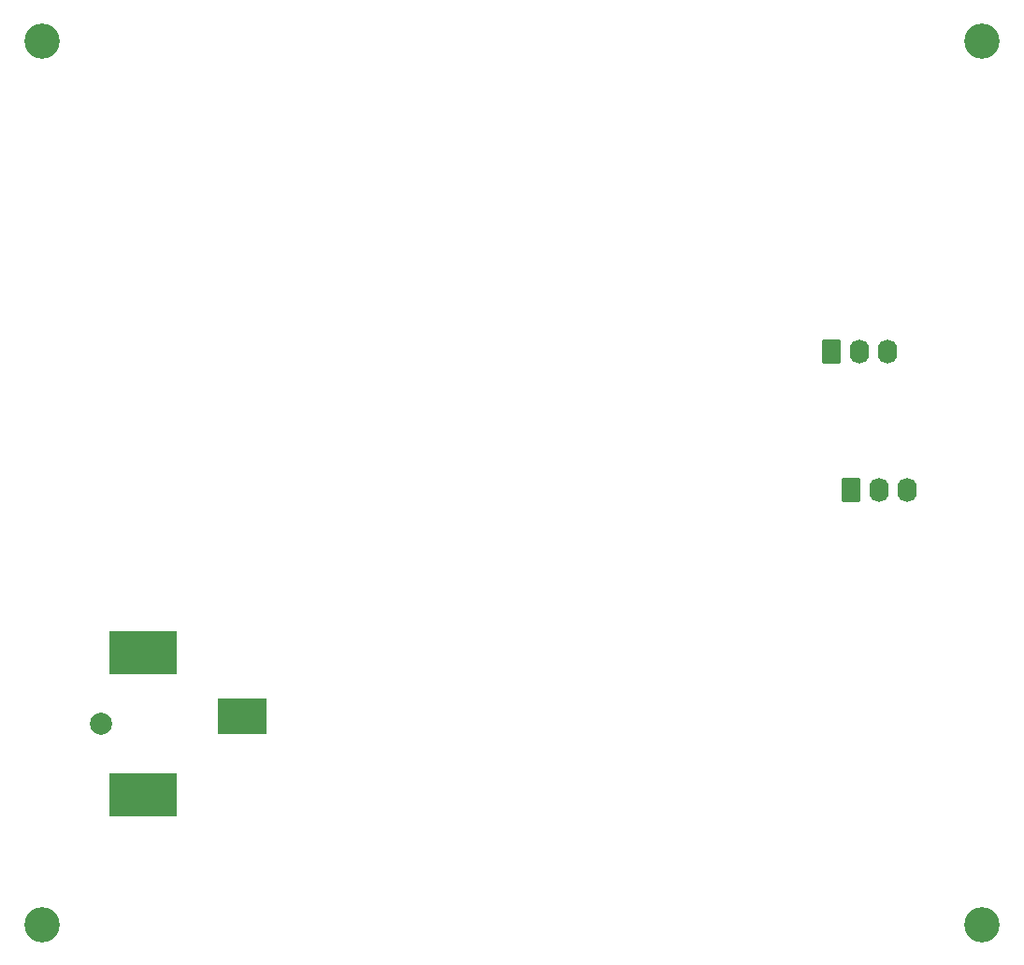
<source format=gbr>
%TF.GenerationSoftware,KiCad,Pcbnew,9.0.4*%
%TF.CreationDate,2025-10-03T16:26:10-05:00*%
%TF.ProjectId,ECE 445 - Suction Sense PCB-1,45434520-3434-4352-902d-205375637469,rev?*%
%TF.SameCoordinates,Original*%
%TF.FileFunction,Soldermask,Bot*%
%TF.FilePolarity,Negative*%
%FSLAX46Y46*%
G04 Gerber Fmt 4.6, Leading zero omitted, Abs format (unit mm)*
G04 Created by KiCad (PCBNEW 9.0.4) date 2025-10-03 16:26:10*
%MOMM*%
%LPD*%
G01*
G04 APERTURE LIST*
G04 Aperture macros list*
%AMRoundRect*
0 Rectangle with rounded corners*
0 $1 Rounding radius*
0 $2 $3 $4 $5 $6 $7 $8 $9 X,Y pos of 4 corners*
0 Add a 4 corners polygon primitive as box body*
4,1,4,$2,$3,$4,$5,$6,$7,$8,$9,$2,$3,0*
0 Add four circle primitives for the rounded corners*
1,1,$1+$1,$2,$3*
1,1,$1+$1,$4,$5*
1,1,$1+$1,$6,$7*
1,1,$1+$1,$8,$9*
0 Add four rect primitives between the rounded corners*
20,1,$1+$1,$2,$3,$4,$5,0*
20,1,$1+$1,$4,$5,$6,$7,0*
20,1,$1+$1,$6,$7,$8,$9,0*
20,1,$1+$1,$8,$9,$2,$3,0*%
G04 Aperture macros list end*
%ADD10RoundRect,0.250000X-0.620000X-0.845000X0.620000X-0.845000X0.620000X0.845000X-0.620000X0.845000X0*%
%ADD11O,1.740000X2.190000*%
%ADD12C,3.200000*%
%ADD13C,2.000000*%
%ADD14R,4.400000X3.300000*%
%ADD15R,6.200000X3.900000*%
G04 APERTURE END LIST*
D10*
%TO.C,J1*%
X165460000Y-81500000D03*
D11*
X168000000Y-81500000D03*
X170540000Y-81500000D03*
%TD*%
D12*
%TO.C,H3*%
X179070000Y-133350000D03*
%TD*%
%TO.C,H4*%
X93980000Y-133350000D03*
%TD*%
%TO.C,H2*%
X179070000Y-53340000D03*
%TD*%
D10*
%TO.C,J2*%
X167220000Y-94000000D03*
D11*
X169760000Y-94000000D03*
X172300000Y-94000000D03*
%TD*%
D12*
%TO.C,H1*%
X93980000Y-53340000D03*
%TD*%
D13*
%TO.C,J4*%
X99300000Y-115200000D03*
D14*
X112100000Y-114500000D03*
D15*
X103100000Y-121650000D03*
X103100000Y-108750000D03*
%TD*%
M02*

</source>
